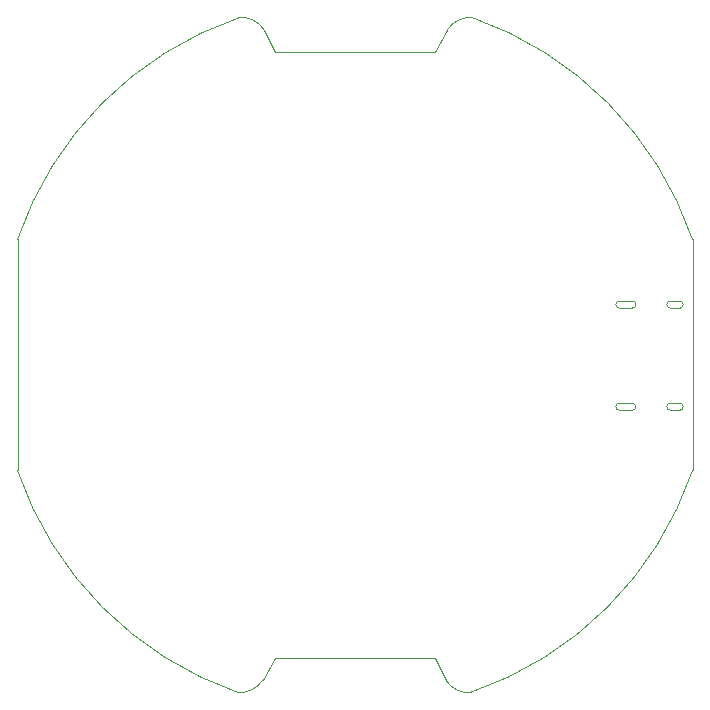
<source format=gbr>
%TF.GenerationSoftware,KiCad,Pcbnew,8.0.4*%
%TF.CreationDate,2024-10-05T19:20:08-05:00*%
%TF.ProjectId,ARES_FC,41524553-5f46-4432-9e6b-696361645f70,rev?*%
%TF.SameCoordinates,Original*%
%TF.FileFunction,Profile,NP*%
%FSLAX46Y46*%
G04 Gerber Fmt 4.6, Leading zero omitted, Abs format (unit mm)*
G04 Created by KiCad (PCBNEW 8.0.4) date 2024-10-05 19:20:08*
%MOMM*%
%LPD*%
G01*
G04 APERTURE LIST*
%TA.AperFunction,Profile*%
%ADD10C,0.100000*%
%TD*%
%TA.AperFunction,Profile*%
%ADD11C,0.010000*%
%TD*%
G04 APERTURE END LIST*
D10*
X159869743Y-70927799D02*
G75*
G02*
X178538752Y-89723796I-9914043J-28516501D01*
G01*
X157793393Y-71962949D02*
G75*
G02*
X159869739Y-70927837I1907207J-1225651D01*
G01*
X121388740Y-89723799D02*
X121388740Y-99502799D01*
X142261094Y-71962945D02*
X143169242Y-73848800D01*
X178538742Y-109281800D02*
X178538742Y-99502800D01*
X142134089Y-127042650D02*
G75*
G02*
X140057741Y-128077792I-1907289J1225750D01*
G01*
X142134094Y-127042653D02*
X143169240Y-125156799D01*
X156758240Y-125156799D02*
X143169240Y-125156800D01*
X157793388Y-71962946D02*
X156758242Y-73848800D01*
X140057739Y-128077800D02*
G75*
G02*
X121388741Y-109281799I9914011J28516450D01*
G01*
X121388740Y-99502799D02*
X121388740Y-109281799D01*
X178538742Y-99502800D02*
X178538742Y-89723800D01*
X121388740Y-89723799D02*
G75*
G02*
X140187288Y-70935354I28436490J-9653231D01*
G01*
X143169242Y-73848800D02*
X156758242Y-73848800D01*
X159742739Y-128077760D02*
G75*
G02*
X157666357Y-127042674I-169139J2260860D01*
G01*
X178538742Y-109281800D02*
G75*
G02*
X159740196Y-128070252I-28436512J9653240D01*
G01*
X140184743Y-70927839D02*
G75*
G02*
X142261101Y-71962941I169157J-2260761D01*
G01*
X157666388Y-127042654D02*
X156758240Y-125156799D01*
D11*
%TO.C,J2*%
X172342500Y-94925000D02*
X173442500Y-94925000D01*
X172342500Y-103575000D02*
X173442500Y-103575000D01*
X173442500Y-95525000D02*
X172342500Y-95525000D01*
X173442500Y-104175000D02*
X172342500Y-104175000D01*
X176662500Y-94925000D02*
X177462500Y-94925000D01*
X176662500Y-103575000D02*
X177462500Y-103575000D01*
X177462500Y-95525000D02*
X176662500Y-95525000D01*
X177462500Y-104175000D02*
X176662500Y-104175000D01*
X172042500Y-95225000D02*
G75*
G02*
X172342500Y-94925000I300000J0D01*
G01*
X172042500Y-103875000D02*
G75*
G02*
X172342500Y-103575000I300000J0D01*
G01*
X172342500Y-95525000D02*
G75*
G02*
X172042500Y-95225000I0J300000D01*
G01*
X172342500Y-104175000D02*
G75*
G02*
X172042500Y-103875000I0J300000D01*
G01*
X173442500Y-94925000D02*
G75*
G02*
X173742500Y-95225000I0J-300000D01*
G01*
X173442500Y-103575000D02*
G75*
G02*
X173742500Y-103875000I0J-300000D01*
G01*
X173742500Y-95225000D02*
G75*
G02*
X173442500Y-95525000I-300000J0D01*
G01*
X173742500Y-103875000D02*
G75*
G02*
X173442500Y-104175000I-300000J0D01*
G01*
X176362500Y-95225000D02*
G75*
G02*
X176662500Y-94925000I300000J0D01*
G01*
X176362500Y-103875000D02*
G75*
G02*
X176662500Y-103575000I300000J0D01*
G01*
X176662500Y-95525000D02*
G75*
G02*
X176362500Y-95225000I0J300000D01*
G01*
X176662500Y-104175000D02*
G75*
G02*
X176362500Y-103875000I0J300000D01*
G01*
X177462500Y-94925000D02*
G75*
G02*
X177762500Y-95225000I0J-300000D01*
G01*
X177462500Y-103575000D02*
G75*
G02*
X177762500Y-103875000I0J-300000D01*
G01*
X177762500Y-95225000D02*
G75*
G02*
X177462500Y-95525000I-300000J0D01*
G01*
X177762500Y-103875000D02*
G75*
G02*
X177462500Y-104175000I-300000J0D01*
G01*
%TD*%
M02*

</source>
